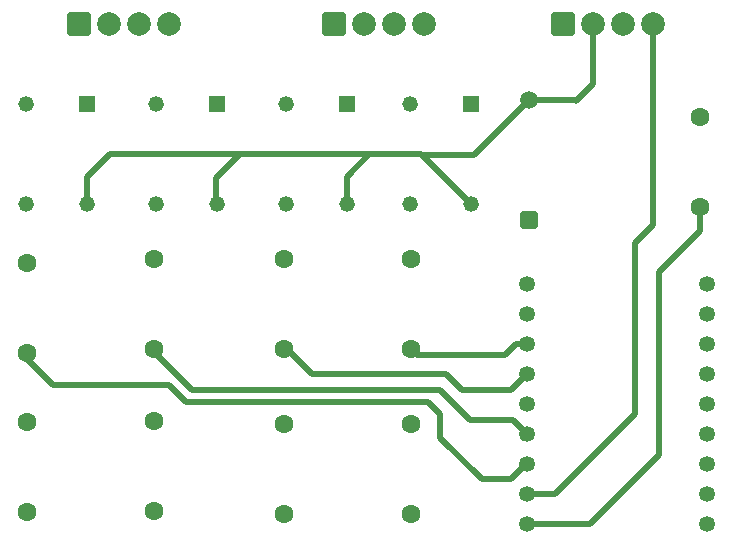
<source format=gbr>
%TF.GenerationSoftware,KiCad,Pcbnew,9.0.6*%
%TF.CreationDate,2025-11-16T14:16:20+11:00*%
%TF.ProjectId,TaikoPcb,5461696b-6f50-4636-922e-6b696361645f,rev?*%
%TF.SameCoordinates,Original*%
%TF.FileFunction,Copper,L2,Bot*%
%TF.FilePolarity,Positive*%
%FSLAX46Y46*%
G04 Gerber Fmt 4.6, Leading zero omitted, Abs format (unit mm)*
G04 Created by KiCad (PCBNEW 9.0.6) date 2025-11-16 14:16:20*
%MOMM*%
%LPD*%
G01*
G04 APERTURE LIST*
G04 Aperture macros list*
%AMRoundRect*
0 Rectangle with rounded corners*
0 $1 Rounding radius*
0 $2 $3 $4 $5 $6 $7 $8 $9 X,Y pos of 4 corners*
0 Add a 4 corners polygon primitive as box body*
4,1,4,$2,$3,$4,$5,$6,$7,$8,$9,$2,$3,0*
0 Add four circle primitives for the rounded corners*
1,1,$1+$1,$2,$3*
1,1,$1+$1,$4,$5*
1,1,$1+$1,$6,$7*
1,1,$1+$1,$8,$9*
0 Add four rect primitives between the rounded corners*
20,1,$1+$1,$2,$3,$4,$5,0*
20,1,$1+$1,$4,$5,$6,$7,0*
20,1,$1+$1,$6,$7,$8,$9,0*
20,1,$1+$1,$8,$9,$2,$3,0*%
G04 Aperture macros list end*
%TA.AperFunction,ComponentPad*%
%ADD10R,1.320800X1.320800*%
%TD*%
%TA.AperFunction,ComponentPad*%
%ADD11C,1.320800*%
%TD*%
%TA.AperFunction,ComponentPad*%
%ADD12C,1.600000*%
%TD*%
%TA.AperFunction,ComponentPad*%
%ADD13C,1.348000*%
%TD*%
%TA.AperFunction,ComponentPad*%
%ADD14RoundRect,0.250000X-0.750000X-0.750000X0.750000X-0.750000X0.750000X0.750000X-0.750000X0.750000X0*%
%TD*%
%TA.AperFunction,ComponentPad*%
%ADD15C,2.000000*%
%TD*%
%TA.AperFunction,ComponentPad*%
%ADD16RoundRect,0.250001X0.499999X-0.499999X0.499999X0.499999X-0.499999X0.499999X-0.499999X-0.499999X0*%
%TD*%
%TA.AperFunction,ComponentPad*%
%ADD17C,1.500000*%
%TD*%
%TA.AperFunction,Conductor*%
%ADD18C,0.500000*%
%TD*%
G04 APERTURE END LIST*
D10*
%TO.P,U2,1,1*%
%TO.N,Net-(J1-Pin_2)*%
X121100000Y-45750000D03*
D11*
%TO.P,U2,2,2*%
%TO.N,Net-(J1-Pin_1)*%
X115900000Y-45750000D03*
%TO.P,U2,3,3*%
%TO.N,Net-(R1-Pad1)*%
X115900000Y-54249999D03*
%TO.P,U2,4,4*%
%TO.N,GND*%
X121100000Y-54249999D03*
%TD*%
D12*
%TO.P,R3,1*%
%TO.N,Net-(R3-Pad1)*%
X126800000Y-58880000D03*
%TO.P,R3,2*%
%TO.N,Net-(U1-GP4)*%
X126800000Y-66500000D03*
%TD*%
%TO.P,R5,1*%
%TO.N,Net-(R5-Pad1)*%
X137800000Y-58880000D03*
%TO.P,R5,2*%
%TO.N,Net-(U1-GP2)*%
X137800000Y-66500000D03*
%TD*%
D13*
%TO.P,U1,1,TX*%
%TO.N,unconnected-(U1-TX-Pad1)*%
X158380000Y-61000000D03*
%TO.P,U1,2,RX*%
%TO.N,unconnected-(U1-RX-Pad2)*%
X158380000Y-63540000D03*
%TO.P,U1,3,GP1*%
%TO.N,Net-(U1-GP1)*%
X158380000Y-66080000D03*
%TO.P,U1,4,GP2*%
%TO.N,Net-(U1-GP2)*%
X158380000Y-68620000D03*
%TO.P,U1,5,GP3*%
%TO.N,unconnected-(U1-GP3-Pad5)*%
X158380000Y-71160000D03*
%TO.P,U1,6,GP4*%
%TO.N,Net-(U1-GP4)*%
X158380000Y-73700000D03*
%TO.P,U1,7,GP5*%
%TO.N,Net-(U1-GP5)*%
X158380000Y-76240000D03*
%TO.P,U1,8,GP6*%
%TO.N,Net-(J3-Pin_4)*%
X158380000Y-78780000D03*
%TO.P,U1,9,GP7*%
%TO.N,Net-(U1-GP7)*%
X158380000Y-81314000D03*
%TO.P,U1,10,GP8*%
%TO.N,unconnected-(U1-GP8-Pad10)*%
X173620000Y-81314000D03*
%TO.P,U1,11,GP9*%
%TO.N,unconnected-(U1-GP9-Pad11)*%
X173620000Y-78780000D03*
%TO.P,U1,12,GP10*%
%TO.N,unconnected-(U1-GP10-Pad12)*%
X173620000Y-76240000D03*
%TO.P,U1,13,GP11*%
%TO.N,unconnected-(U1-GP11-Pad13)*%
X173620000Y-73700000D03*
%TO.P,U1,14,GP12*%
%TO.N,unconnected-(U1-GP12-Pad14)*%
X173620000Y-71160000D03*
%TO.P,U1,15,GP13*%
%TO.N,unconnected-(U1-GP13-Pad15)*%
X173620000Y-68620000D03*
%TO.P,U1,16,3v3*%
%TO.N,unconnected-(U1-3v3-Pad16)*%
X173620000Y-66080000D03*
%TO.P,U1,17,GND*%
%TO.N,GND*%
X173620000Y-63540000D03*
%TO.P,U1,18,5v*%
%TO.N,Net-(J3-Pin_1)*%
X173620000Y-61000000D03*
%TD*%
D10*
%TO.P,U4,1,1*%
%TO.N,Net-(J2-Pin_2)*%
X143100000Y-45750000D03*
D11*
%TO.P,U4,2,2*%
%TO.N,Net-(J2-Pin_1)*%
X137900000Y-45750000D03*
%TO.P,U4,3,3*%
%TO.N,Net-(R5-Pad1)*%
X137900000Y-54249999D03*
%TO.P,U4,4,4*%
%TO.N,GND*%
X143100000Y-54249999D03*
%TD*%
D12*
%TO.P,R6,1*%
%TO.N,Net-(U1-GP2)*%
X137800000Y-72880000D03*
%TO.P,R6,2*%
%TO.N,GND*%
X137800000Y-80500000D03*
%TD*%
D14*
%TO.P,J1,1,Pin_1*%
%TO.N,Net-(J1-Pin_1)*%
X120420000Y-39000000D03*
D15*
%TO.P,J1,2,Pin_2*%
%TO.N,Net-(J1-Pin_2)*%
X122960000Y-39000000D03*
%TO.P,J1,3,Pin_3*%
%TO.N,Net-(J1-Pin_3)*%
X125500000Y-39000000D03*
%TO.P,J1,4,Pin_4*%
%TO.N,Net-(J1-Pin_4)*%
X128040000Y-39000000D03*
%TD*%
D12*
%TO.P,R2,1*%
%TO.N,Net-(U1-GP5)*%
X116000000Y-72690000D03*
%TO.P,R2,2*%
%TO.N,GND*%
X116000000Y-80310000D03*
%TD*%
%TO.P,R7,1*%
%TO.N,Net-(R7-Pad1)*%
X148500000Y-58880000D03*
%TO.P,R7,2*%
%TO.N,Net-(U1-GP1)*%
X148500000Y-66500000D03*
%TD*%
%TO.P,R4,1*%
%TO.N,Net-(U1-GP4)*%
X126800000Y-72570000D03*
%TO.P,R4,2*%
%TO.N,GND*%
X126800000Y-80190000D03*
%TD*%
D10*
%TO.P,U3,1,1*%
%TO.N,Net-(J1-Pin_4)*%
X132100000Y-45750000D03*
D11*
%TO.P,U3,2,2*%
%TO.N,Net-(J1-Pin_3)*%
X126900000Y-45750000D03*
%TO.P,U3,3,3*%
%TO.N,Net-(R3-Pad1)*%
X126900000Y-54249999D03*
%TO.P,U3,4,4*%
%TO.N,GND*%
X132100000Y-54249999D03*
%TD*%
D12*
%TO.P,R9,1*%
%TO.N,Net-(U1-GP7)*%
X173000000Y-54500000D03*
%TO.P,R9,2*%
%TO.N,Net-(J3-Pin_3)*%
X173000000Y-46880000D03*
%TD*%
D14*
%TO.P,J2,1,Pin_1*%
%TO.N,Net-(J2-Pin_1)*%
X142020000Y-39000000D03*
D15*
%TO.P,J2,2,Pin_2*%
%TO.N,Net-(J2-Pin_2)*%
X144560000Y-39000000D03*
%TO.P,J2,3,Pin_3*%
%TO.N,Net-(J2-Pin_3)*%
X147100000Y-39000000D03*
%TO.P,J2,4,Pin_4*%
%TO.N,Net-(J2-Pin_4)*%
X149640000Y-39000000D03*
%TD*%
D16*
%TO.P,C1,1*%
%TO.N,Net-(J3-Pin_1)*%
X158500000Y-55580000D03*
D17*
%TO.P,C1,2*%
%TO.N,GND*%
X158500000Y-45420000D03*
%TD*%
D12*
%TO.P,R8,1*%
%TO.N,Net-(U1-GP1)*%
X148500000Y-72880000D03*
%TO.P,R8,2*%
%TO.N,GND*%
X148500000Y-80500000D03*
%TD*%
%TO.P,R1,1*%
%TO.N,Net-(R1-Pad1)*%
X116000000Y-59190000D03*
%TO.P,R1,2*%
%TO.N,Net-(U1-GP5)*%
X116000000Y-66810000D03*
%TD*%
D14*
%TO.P,J3,1,Pin_1*%
%TO.N,Net-(J3-Pin_1)*%
X161420000Y-39000000D03*
D15*
%TO.P,J3,2,Pin_2*%
%TO.N,GND*%
X163960000Y-39000000D03*
%TO.P,J3,3,Pin_3*%
%TO.N,Net-(J3-Pin_3)*%
X166500000Y-39000000D03*
%TO.P,J3,4,Pin_4*%
%TO.N,Net-(J3-Pin_4)*%
X169040000Y-39000000D03*
%TD*%
D10*
%TO.P,U5,1,1*%
%TO.N,Net-(J2-Pin_4)*%
X153600000Y-45750000D03*
D11*
%TO.P,U5,2,2*%
%TO.N,Net-(J2-Pin_3)*%
X148400000Y-45750000D03*
%TO.P,U5,3,3*%
%TO.N,Net-(R7-Pad1)*%
X148400000Y-54249999D03*
%TO.P,U5,4,4*%
%TO.N,GND*%
X153600000Y-54249999D03*
%TD*%
D18*
%TO.N,GND*%
X162500000Y-45500000D02*
X163960000Y-44040000D01*
X132500000Y-50000000D02*
X134000000Y-50000000D01*
X162420000Y-45420000D02*
X162500000Y-45500000D01*
X132000000Y-54149999D02*
X132100000Y-54249999D01*
X153600000Y-54249999D02*
X149425000Y-50075000D01*
X163960000Y-44040000D02*
X163960000Y-39000000D01*
X121100000Y-54249999D02*
X121100000Y-51900000D01*
X158500000Y-45420000D02*
X162420000Y-45420000D01*
X153845000Y-50075000D02*
X158500000Y-45420000D01*
X123000000Y-50000000D02*
X128500000Y-50000000D01*
X149425000Y-50075000D02*
X149350001Y-50000000D01*
X145000000Y-50000000D02*
X149350001Y-50000000D01*
X143500000Y-50000000D02*
X145000000Y-50000000D01*
X143100000Y-54249999D02*
X143100000Y-52000000D01*
X128500000Y-50000000D02*
X132500000Y-50000000D01*
X134000000Y-50000000D02*
X132000000Y-52000000D01*
X132000000Y-52000000D02*
X132000000Y-54149999D01*
X143100000Y-51900000D02*
X145000000Y-50000000D01*
X134000000Y-50000000D02*
X143500000Y-50000000D01*
X121100000Y-51900000D02*
X123000000Y-50000000D01*
X149425000Y-50075000D02*
X153845000Y-50075000D01*
X143100000Y-52000000D02*
X143100000Y-51900000D01*
%TO.N,Net-(J3-Pin_4)*%
X160720000Y-78780000D02*
X167500000Y-72000000D01*
X158380000Y-78780000D02*
X160720000Y-78780000D01*
X169040000Y-55960000D02*
X169040000Y-39000000D01*
X167500000Y-57500000D02*
X169040000Y-55960000D01*
X167500000Y-72000000D02*
X167500000Y-57500000D01*
%TO.N,Net-(U1-GP5)*%
X150000000Y-71000000D02*
X129500000Y-71000000D01*
X154500000Y-77500000D02*
X151000000Y-74000000D01*
X118190000Y-69500000D02*
X128000000Y-69500000D01*
X158380000Y-76240000D02*
X158260000Y-76240000D01*
X115500000Y-66810000D02*
X118190000Y-69500000D01*
X158260000Y-76240000D02*
X157000000Y-77500000D01*
X151000000Y-72000000D02*
X150000000Y-71000000D01*
X151000000Y-74000000D02*
X151000000Y-72000000D01*
X128000000Y-69500000D02*
X129500000Y-71000000D01*
X157000000Y-77500000D02*
X154500000Y-77500000D01*
%TO.N,Net-(U1-GP4)*%
X158380000Y-73700000D02*
X158300000Y-73700000D01*
X130000000Y-70000000D02*
X126500000Y-66500000D01*
X153500000Y-72500000D02*
X151000000Y-70000000D01*
X158300000Y-73700000D02*
X158000000Y-74000000D01*
X151000000Y-70000000D02*
X130000000Y-70000000D01*
X157180000Y-72500000D02*
X153500000Y-72500000D01*
X158380000Y-73700000D02*
X157180000Y-72500000D01*
%TO.N,Net-(U1-GP2)*%
X151500000Y-68620000D02*
X140120000Y-68620000D01*
X158380000Y-68620000D02*
X157000000Y-70000000D01*
X157000000Y-70000000D02*
X152880000Y-70000000D01*
X158380000Y-68620000D02*
X158500000Y-68500000D01*
X140120000Y-68620000D02*
X138000000Y-66500000D01*
X152880000Y-70000000D02*
X151500000Y-68620000D01*
%TO.N,Net-(U1-GP1)*%
X156500000Y-67000000D02*
X149000000Y-67000000D01*
X158420000Y-66080000D02*
X158500000Y-66000000D01*
X158380000Y-66080000D02*
X157420000Y-66080000D01*
X157420000Y-66080000D02*
X156500000Y-67000000D01*
X158380000Y-66080000D02*
X158420000Y-66080000D01*
X149000000Y-67000000D02*
X148500000Y-66500000D01*
%TO.N,Net-(U1-GP7)*%
X169500000Y-60000000D02*
X173000000Y-56500000D01*
X163686000Y-81314000D02*
X169500000Y-75500000D01*
X158380000Y-81314000D02*
X163686000Y-81314000D01*
X173000000Y-56500000D02*
X173000000Y-54500000D01*
X169500000Y-75500000D02*
X169500000Y-60000000D01*
%TD*%
M02*

</source>
